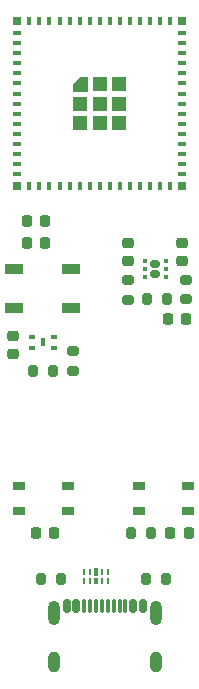
<source format=gbr>
%TF.GenerationSoftware,KiCad,Pcbnew,8.0.6*%
%TF.CreationDate,2025-02-05T21:25:15+00:00*%
%TF.ProjectId,custom-esp32,63757374-6f6d-42d6-9573-7033322e6b69,0.1*%
%TF.SameCoordinates,Original*%
%TF.FileFunction,Paste,Top*%
%TF.FilePolarity,Positive*%
%FSLAX46Y46*%
G04 Gerber Fmt 4.6, Leading zero omitted, Abs format (unit mm)*
G04 Created by KiCad (PCBNEW 8.0.6) date 2025-02-05 21:25:15*
%MOMM*%
%LPD*%
G01*
G04 APERTURE LIST*
G04 Aperture macros list*
%AMRoundRect*
0 Rectangle with rounded corners*
0 $1 Rounding radius*
0 $2 $3 $4 $5 $6 $7 $8 $9 X,Y pos of 4 corners*
0 Add a 4 corners polygon primitive as box body*
4,1,4,$2,$3,$4,$5,$6,$7,$8,$9,$2,$3,0*
0 Add four circle primitives for the rounded corners*
1,1,$1+$1,$2,$3*
1,1,$1+$1,$4,$5*
1,1,$1+$1,$6,$7*
1,1,$1+$1,$8,$9*
0 Add four rect primitives between the rounded corners*
20,1,$1+$1,$2,$3,$4,$5,0*
20,1,$1+$1,$4,$5,$6,$7,0*
20,1,$1+$1,$6,$7,$8,$9,0*
20,1,$1+$1,$8,$9,$2,$3,0*%
G04 Aperture macros list end*
%ADD10C,0.010000*%
%ADD11RoundRect,0.225000X-0.225000X-0.250000X0.225000X-0.250000X0.225000X0.250000X-0.225000X0.250000X0*%
%ADD12RoundRect,0.200000X-0.275000X0.200000X-0.275000X-0.200000X0.275000X-0.200000X0.275000X0.200000X0*%
%ADD13R,0.350000X0.800000*%
%ADD14R,0.500000X0.300000*%
%ADD15R,0.800000X0.400000*%
%ADD16R,0.400000X0.800000*%
%ADD17R,1.200000X1.200000*%
%ADD18R,0.800000X0.800000*%
%ADD19RoundRect,0.225000X-0.250000X0.225000X-0.250000X-0.225000X0.250000X-0.225000X0.250000X0.225000X0*%
%ADD20RoundRect,0.090000X-0.660000X-0.360000X0.660000X-0.360000X0.660000X0.360000X-0.660000X0.360000X0*%
%ADD21RoundRect,0.160000X-0.245000X-0.160000X0.245000X-0.160000X0.245000X0.160000X-0.245000X0.160000X0*%
%ADD22RoundRect,0.093750X-0.093750X-0.106250X0.093750X-0.106250X0.093750X0.106250X-0.093750X0.106250X0*%
%ADD23RoundRect,0.225000X0.250000X-0.225000X0.250000X0.225000X-0.250000X0.225000X-0.250000X-0.225000X0*%
%ADD24R,1.050000X0.650000*%
%ADD25R,0.250000X0.625000*%
%ADD26R,0.450000X0.700000*%
%ADD27R,0.450000X0.575000*%
%ADD28RoundRect,0.200000X0.275000X-0.200000X0.275000X0.200000X-0.275000X0.200000X-0.275000X-0.200000X0*%
%ADD29RoundRect,0.200000X-0.200000X-0.275000X0.200000X-0.275000X0.200000X0.275000X-0.200000X0.275000X0*%
%ADD30RoundRect,0.200000X0.200000X0.275000X-0.200000X0.275000X-0.200000X-0.275000X0.200000X-0.275000X0*%
%ADD31RoundRect,0.218750X-0.218750X-0.256250X0.218750X-0.256250X0.218750X0.256250X-0.218750X0.256250X0*%
%ADD32RoundRect,0.150000X-0.150000X-0.425000X0.150000X-0.425000X0.150000X0.425000X-0.150000X0.425000X0*%
%ADD33RoundRect,0.075000X-0.075000X-0.500000X0.075000X-0.500000X0.075000X0.500000X-0.075000X0.500000X0*%
%ADD34O,1.000000X2.100000*%
%ADD35O,1.000000X1.800000*%
G04 APERTURE END LIST*
D10*
%TO.C,U3*%
X101156000Y-40794200D02*
X99956000Y-40794200D01*
X99956000Y-40194200D01*
X100556000Y-39594200D01*
X101156000Y-39594200D01*
X101156000Y-40794200D01*
G36*
X101156000Y-40794200D02*
G01*
X99956000Y-40794200D01*
X99956000Y-40194200D01*
X100556000Y-39594200D01*
X101156000Y-39594200D01*
X101156000Y-40794200D01*
G37*
%TD*%
D11*
%TO.C,C5*%
X96034400Y-51811400D03*
X97584400Y-51811400D03*
%TD*%
D12*
%TO.C,R8*%
X109505500Y-56773600D03*
X109505500Y-58423600D03*
%TD*%
D13*
%TO.C,U2*%
X97419000Y-62073000D03*
D14*
X96469000Y-61598000D03*
X96469000Y-62548000D03*
X98369000Y-62548000D03*
X98369000Y-61598000D03*
%TD*%
D11*
%TO.C,C1*%
X108191000Y-78181200D03*
X109741000Y-78181200D03*
%TD*%
D15*
%TO.C,U3*%
X95206000Y-35894200D03*
X95206000Y-36744200D03*
X95206000Y-37594200D03*
X95206000Y-38444200D03*
X95206000Y-39294200D03*
X95206000Y-40144200D03*
X95206000Y-40994200D03*
X95206000Y-41844200D03*
X95206000Y-42694200D03*
X95206000Y-43544200D03*
X95206000Y-44394200D03*
X95206000Y-45244200D03*
X95206000Y-46094200D03*
X95206000Y-46944200D03*
X95206000Y-47794200D03*
D16*
X96256000Y-48844200D03*
X97106000Y-48844200D03*
X97956000Y-48844200D03*
X98806000Y-48844200D03*
X99656000Y-48844200D03*
X100506000Y-48844200D03*
X101356000Y-48844200D03*
X102206000Y-48844200D03*
X103056000Y-48844200D03*
X103906000Y-48844200D03*
X104756000Y-48844200D03*
X105606000Y-48844200D03*
X106456000Y-48844200D03*
X107306000Y-48844200D03*
X108156000Y-48844200D03*
D15*
X109206000Y-47794200D03*
X109206000Y-46944200D03*
X109206000Y-46094200D03*
X109206000Y-45244200D03*
X109206000Y-44394200D03*
X109206000Y-43544200D03*
X109206000Y-42694200D03*
X109206000Y-41844200D03*
X109206000Y-40994200D03*
X109206000Y-40144200D03*
X109206000Y-39294200D03*
X109206000Y-38444200D03*
X109206000Y-37594200D03*
X109206000Y-36744200D03*
X109206000Y-35894200D03*
D16*
X108156000Y-34844200D03*
X107306000Y-34844200D03*
X106456000Y-34844200D03*
X105606000Y-34844200D03*
X104756000Y-34844200D03*
X103906000Y-34844200D03*
X103056000Y-34844200D03*
X102206000Y-34844200D03*
X101356000Y-34844200D03*
X100506000Y-34844200D03*
X99656000Y-34844200D03*
X98806000Y-34844200D03*
X97956000Y-34844200D03*
X97106000Y-34844200D03*
X96256000Y-34844200D03*
D17*
X102206000Y-41844200D03*
X102206000Y-40194200D03*
X103856000Y-40194200D03*
X103856000Y-41844200D03*
X103856000Y-43494200D03*
X102206000Y-43494200D03*
X100556000Y-43494200D03*
X100556000Y-41844200D03*
D18*
X95206000Y-34844200D03*
X95206000Y-48844200D03*
X109206000Y-48844200D03*
X109206000Y-34844200D03*
%TD*%
D19*
%TO.C,C3*%
X94894200Y-61519000D03*
X94894200Y-63069000D03*
%TD*%
D20*
%TO.C,D1*%
X94918200Y-55851000D03*
X94918200Y-59151000D03*
X99818200Y-59151000D03*
X99818200Y-55851000D03*
%TD*%
D21*
%TO.C,U4*%
X106914700Y-55465000D03*
X106914700Y-56265000D03*
D22*
X106027200Y-55215000D03*
X106027200Y-55865000D03*
X106027200Y-56515000D03*
X107802200Y-56515000D03*
X107802200Y-55865000D03*
X107802200Y-55215000D03*
%TD*%
D11*
%TO.C,C2*%
X96807300Y-78168800D03*
X98357300Y-78168800D03*
%TD*%
D23*
%TO.C,C4*%
X109173800Y-55207200D03*
X109173800Y-53657200D03*
%TD*%
D11*
%TO.C,C6*%
X96034400Y-53691000D03*
X97584400Y-53691000D03*
%TD*%
D24*
%TO.C,BOOT1*%
X95377200Y-74197800D03*
X99527200Y-74197800D03*
X95377200Y-76347800D03*
X99527200Y-76347800D03*
%TD*%
D25*
%TO.C,U1*%
X102879850Y-81497500D03*
X102379850Y-81497500D03*
D26*
X101879850Y-81535000D03*
D25*
X101379850Y-81497500D03*
X100879850Y-81497500D03*
X100879850Y-82272500D03*
X101379850Y-82272500D03*
D27*
X101879850Y-82297500D03*
D25*
X102379850Y-82272500D03*
X102879850Y-82272500D03*
%TD*%
D28*
%TO.C,R6*%
X104577900Y-58435800D03*
X104577900Y-56785800D03*
%TD*%
D29*
%TO.C,R2*%
X106144400Y-82139000D03*
X107794400Y-82139000D03*
%TD*%
D12*
%TO.C,R3*%
X99923400Y-62802000D03*
X99923400Y-64452000D03*
%TD*%
D29*
%TO.C,R4*%
X96597000Y-64511400D03*
X98247000Y-64511400D03*
%TD*%
D23*
%TO.C,C7*%
X104601800Y-55207200D03*
X104601800Y-53657200D03*
%TD*%
D30*
%TO.C,R5*%
X106514400Y-78181200D03*
X104864400Y-78181200D03*
%TD*%
D31*
%TO.C,D2*%
X107981500Y-60087800D03*
X109556500Y-60087800D03*
%TD*%
D24*
%TO.C,RESET1*%
X105494000Y-74210600D03*
X109644000Y-74210600D03*
X105494000Y-76360600D03*
X109644000Y-76360600D03*
%TD*%
D30*
%TO.C,R1*%
X98929800Y-82139000D03*
X97279800Y-82139000D03*
%TD*%
D32*
%TO.C,J3*%
X99437850Y-84365600D03*
X100237850Y-84365600D03*
D33*
X101387850Y-84365600D03*
X102387850Y-84365600D03*
X102887850Y-84365600D03*
X103887850Y-84365600D03*
D32*
X105037850Y-84365600D03*
X105837850Y-84365600D03*
X105837850Y-84365600D03*
X105037850Y-84365600D03*
D33*
X104387850Y-84365600D03*
X103387850Y-84365600D03*
X101887850Y-84365600D03*
X100887850Y-84365600D03*
D32*
X100237850Y-84365600D03*
X99437850Y-84365600D03*
D34*
X98317850Y-84940600D03*
D35*
X98317850Y-89120600D03*
D34*
X106957850Y-84940600D03*
D35*
X106957850Y-89120600D03*
%TD*%
D30*
%TO.C,R7*%
X107879900Y-58360600D03*
X106229900Y-58360600D03*
%TD*%
M02*

</source>
